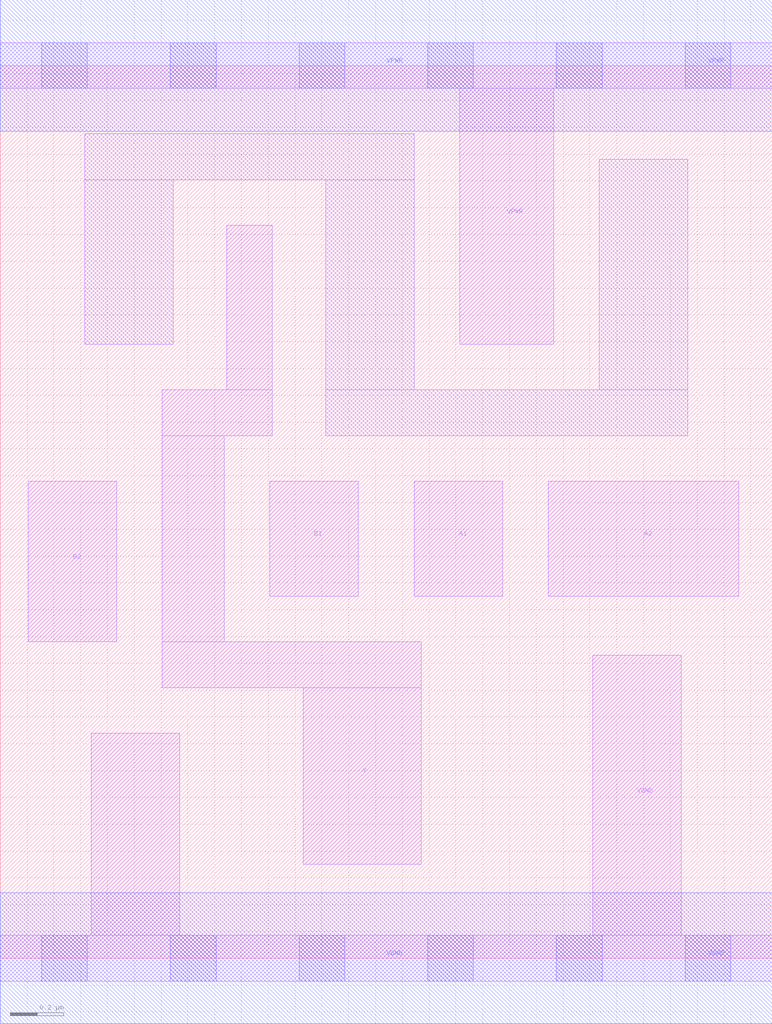
<source format=lef>
# Copyright 2020 The SkyWater PDK Authors
#
# Licensed under the Apache License, Version 2.0 (the "License");
# you may not use this file except in compliance with the License.
# You may obtain a copy of the License at
#
#     https://www.apache.org/licenses/LICENSE-2.0
#
# Unless required by applicable law or agreed to in writing, software
# distributed under the License is distributed on an "AS IS" BASIS,
# WITHOUT WARRANTIES OR CONDITIONS OF ANY KIND, either express or implied.
# See the License for the specific language governing permissions and
# limitations under the License.
#
# SPDX-License-Identifier: Apache-2.0

VERSION 5.7 ;
  NAMESCASESENSITIVE ON ;
  NOWIREEXTENSIONATPIN ON ;
  DIVIDERCHAR "/" ;
  BUSBITCHARS "[]" ;
UNITS
  DATABASE MICRONS 200 ;
END UNITS
MACRO sky130_fd_sc_ls__a22oi_1
  CLASS CORE ;
  SOURCE USER ;
  FOREIGN sky130_fd_sc_ls__a22oi_1 ;
  ORIGIN  0.000000  0.000000 ;
  SIZE  2.880000 BY  3.330000 ;
  SYMMETRY X Y ;
  SITE unit ;
  PIN A1
    ANTENNAGATEAREA  0.279000 ;
    DIRECTION INPUT ;
    USE SIGNAL ;
    PORT
      LAYER li1 ;
        RECT 1.545000 1.350000 1.875000 1.780000 ;
    END
  END A1
  PIN A2
    ANTENNAGATEAREA  0.279000 ;
    DIRECTION INPUT ;
    USE SIGNAL ;
    PORT
      LAYER li1 ;
        RECT 2.045000 1.350000 2.755000 1.780000 ;
    END
  END A2
  PIN B1
    ANTENNAGATEAREA  0.279000 ;
    DIRECTION INPUT ;
    USE SIGNAL ;
    PORT
      LAYER li1 ;
        RECT 1.005000 1.350000 1.335000 1.780000 ;
    END
  END B1
  PIN B2
    ANTENNAGATEAREA  0.279000 ;
    DIRECTION INPUT ;
    USE SIGNAL ;
    PORT
      LAYER li1 ;
        RECT 0.105000 1.180000 0.435000 1.780000 ;
    END
  END B2
  PIN Y
    ANTENNADIFFAREA  0.624600 ;
    DIRECTION OUTPUT ;
    USE SIGNAL ;
    PORT
      LAYER li1 ;
        RECT 0.605000 1.010000 1.570000 1.180000 ;
        RECT 0.605000 1.180000 0.835000 1.950000 ;
        RECT 0.605000 1.950000 1.015000 2.120000 ;
        RECT 0.845000 2.120000 1.015000 2.735000 ;
        RECT 1.130000 0.350000 1.570000 1.010000 ;
    END
  END Y
  PIN VGND
    DIRECTION INOUT ;
    SHAPE ABUTMENT ;
    USE GROUND ;
    PORT
      LAYER li1 ;
        RECT 0.000000 -0.085000 2.880000 0.085000 ;
        RECT 0.340000  0.085000 0.670000 0.840000 ;
        RECT 2.210000  0.085000 2.540000 1.130000 ;
      LAYER mcon ;
        RECT 0.155000 -0.085000 0.325000 0.085000 ;
        RECT 0.635000 -0.085000 0.805000 0.085000 ;
        RECT 1.115000 -0.085000 1.285000 0.085000 ;
        RECT 1.595000 -0.085000 1.765000 0.085000 ;
        RECT 2.075000 -0.085000 2.245000 0.085000 ;
        RECT 2.555000 -0.085000 2.725000 0.085000 ;
      LAYER met1 ;
        RECT 0.000000 -0.245000 2.880000 0.245000 ;
    END
  END VGND
  PIN VPWR
    DIRECTION INOUT ;
    SHAPE ABUTMENT ;
    USE POWER ;
    PORT
      LAYER li1 ;
        RECT 0.000000 3.245000 2.880000 3.415000 ;
        RECT 1.715000 2.290000 2.065000 3.245000 ;
      LAYER mcon ;
        RECT 0.155000 3.245000 0.325000 3.415000 ;
        RECT 0.635000 3.245000 0.805000 3.415000 ;
        RECT 1.115000 3.245000 1.285000 3.415000 ;
        RECT 1.595000 3.245000 1.765000 3.415000 ;
        RECT 2.075000 3.245000 2.245000 3.415000 ;
        RECT 2.555000 3.245000 2.725000 3.415000 ;
      LAYER met1 ;
        RECT 0.000000 3.085000 2.880000 3.575000 ;
    END
  END VPWR
  OBS
    LAYER li1 ;
      RECT 0.315000 2.290000 0.645000 2.905000 ;
      RECT 0.315000 2.905000 1.545000 3.075000 ;
      RECT 1.215000 1.950000 2.565000 2.120000 ;
      RECT 1.215000 2.120000 1.545000 2.905000 ;
      RECT 2.235000 2.120000 2.565000 2.980000 ;
  END
END sky130_fd_sc_ls__a22oi_1

</source>
